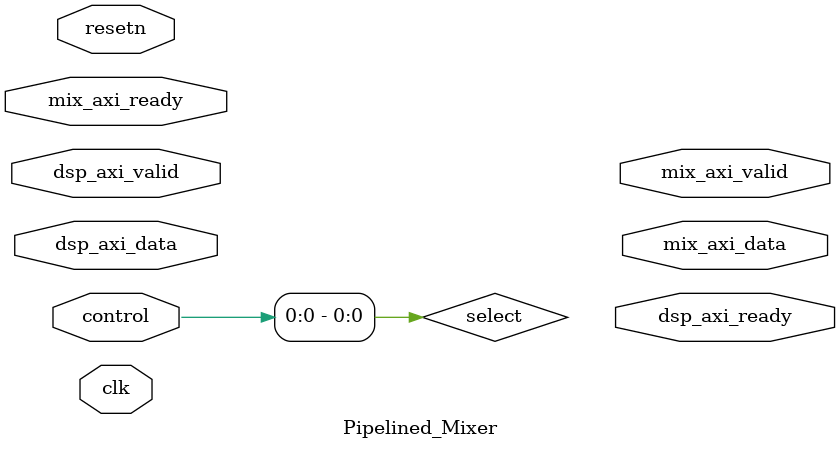
<source format=sv>
`timescale 1ns / 1ps


module Pipelined_Mixer#(
    parameter SAM_WID = 16,
    parameter NUM_TRA = 32,
    parameter CTL_WID = 4
    )(
    //controls
    input clk,
    input resetn,
    input [CTL_WID-1:0] control,
    
    //axi interface from DSP CORE
    input [SAM_WID-1:0] dsp_axi_data,
    input dsp_axi_valid,
    output dsp_axi_ready,
    
    //axi interface out of mixer
    output [SAM_WID-1:0] mix_axi_data,
    output mix_axi_valid,
    input mix_axi_ready
    );
    
reg [2*(SAM_WID-1)-1:0] atten_sam;      //The attenuated sample does not lose precision.
logic select;
assign select = control[3:0];       //subject to change    
always @(posedge clk)begin          //The following case is an approximate decimator. 
    case(select)
        4'h0    : atten_sam <= dsp_axi_data;
        4'h1    : atten_sam <= dsp_axi_data >> 1;
        4'h2    : atten_sam <= dsp_axi_data >> 2;
        4'h3    : atten_sam <= dsp_axi_data >> 3;
        4'h4    : atten_sam <= dsp_axi_data >> 4;
        4'h5    : atten_sam <= dsp_axi_data >> 5;
        4'h6    : atten_sam <= dsp_axi_data >> 6;
        4'h7    : atten_sam <= dsp_axi_data >> 7;
        4'h8    : atten_sam <= dsp_axi_data >> 8;
        4'h9    : atten_sam <= dsp_axi_data >> 9;
        4'ha    : atten_sam <= dsp_axi_data >> 10;
        4'hb    : atten_sam <= dsp_axi_data >> 11;
        4'hc    : atten_sam <= dsp_axi_data >> 12;
        4'hd    : atten_sam <= dsp_axi_data >> 13;
        4'he    : atten_sam <= dsp_axi_data >> 14;
        4'hf    : atten_sam <= 0;
        default : atten_sam <= 0;
    endcase
end


reg [NUM_TRA-1:0] acc_buff [2*(SAM_WID-1)-1:0];
logic read_ptr;
logic write_ptr;
reg [2*(SAM_WID-1)-1:0] delay;

always @(posedge clk) begin
    if(resetn == 0)begin
        read_ptr <= 0;
        write_ptr <= 0;
        for(int i=0; i<NUM_TRA; i=i+1)begin
            acc_buff[i] <= 0;
        end
    end else begin
        if(dsp_axi_valid)begin
            //read value to be accumulated to
            delay <= acc_buff[read_ptr] + atten_sam;
            read_ptr <= read_ptr + 1;
        
            //write sum back to buffer
            acc_buff[write_ptr] <= delay;
            write_ptr <= write_ptr + 1;
        end
    end
end

endmodule

</source>
